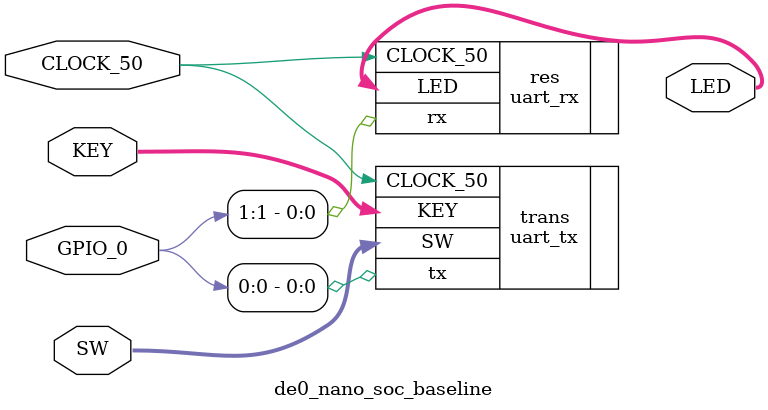
<source format=v>


module de0_nano_soc_baseline(
	input CLOCK_50,
	input	[1:0] KEY,
	output [7:0] LED,
	inout [35:0] GPIO_0,
	input	[3:0]	SW );
	
//	wire tx, rx;
//	
//	assign GPIO_0[0] = tx;
//	assign rx = GPIO_0[1];
//	
	uart_tx trans(.CLOCK_50(CLOCK_50), .KEY(KEY), .SW(SW), .tx(GPIO_0[0]));
	uart_rx res(.CLOCK_50(CLOCK_50), .rx(GPIO_0[1]), .LED(LED));
	
	
endmodule
	


</source>
